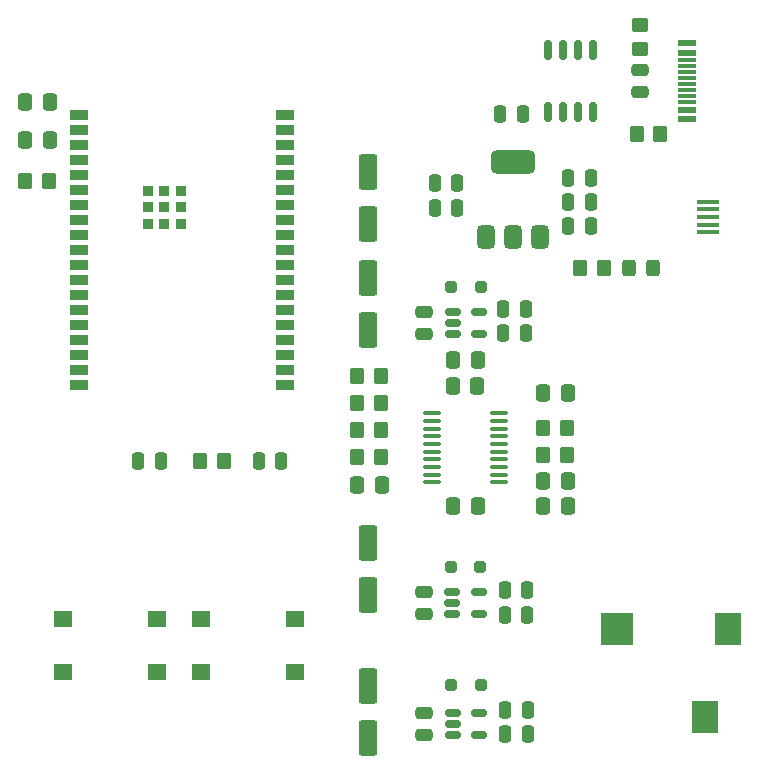
<source format=gbr>
%TF.GenerationSoftware,KiCad,Pcbnew,8.0.0*%
%TF.CreationDate,2024-10-16T16:52:34+02:00*%
%TF.ProjectId,LucaudioESP32_V1_1_0,4c756361-7564-4696-9f45-535033325f56,rev?*%
%TF.SameCoordinates,Original*%
%TF.FileFunction,Paste,Top*%
%TF.FilePolarity,Positive*%
%FSLAX46Y46*%
G04 Gerber Fmt 4.6, Leading zero omitted, Abs format (unit mm)*
G04 Created by KiCad (PCBNEW 8.0.0) date 2024-10-16 16:52:34*
%MOMM*%
%LPD*%
G01*
G04 APERTURE LIST*
G04 Aperture macros list*
%AMRoundRect*
0 Rectangle with rounded corners*
0 $1 Rounding radius*
0 $2 $3 $4 $5 $6 $7 $8 $9 X,Y pos of 4 corners*
0 Add a 4 corners polygon primitive as box body*
4,1,4,$2,$3,$4,$5,$6,$7,$8,$9,$2,$3,0*
0 Add four circle primitives for the rounded corners*
1,1,$1+$1,$2,$3*
1,1,$1+$1,$4,$5*
1,1,$1+$1,$6,$7*
1,1,$1+$1,$8,$9*
0 Add four rect primitives between the rounded corners*
20,1,$1+$1,$2,$3,$4,$5,0*
20,1,$1+$1,$4,$5,$6,$7,0*
20,1,$1+$1,$6,$7,$8,$9,0*
20,1,$1+$1,$8,$9,$2,$3,0*%
G04 Aperture macros list end*
%ADD10RoundRect,0.250000X-0.337500X-0.475000X0.337500X-0.475000X0.337500X0.475000X-0.337500X0.475000X0*%
%ADD11R,1.862500X0.400000*%
%ADD12RoundRect,0.250000X-0.250000X-0.475000X0.250000X-0.475000X0.250000X0.475000X-0.250000X0.475000X0*%
%ADD13RoundRect,0.250000X0.337500X0.475000X-0.337500X0.475000X-0.337500X-0.475000X0.337500X-0.475000X0*%
%ADD14RoundRect,0.250000X-0.475000X0.250000X-0.475000X-0.250000X0.475000X-0.250000X0.475000X0.250000X0*%
%ADD15R,1.500000X0.900000*%
%ADD16R,0.900000X0.900000*%
%ADD17RoundRect,0.250000X-0.250000X-0.250000X0.250000X-0.250000X0.250000X0.250000X-0.250000X0.250000X0*%
%ADD18RoundRect,0.250000X0.475000X-0.250000X0.475000X0.250000X-0.475000X0.250000X-0.475000X-0.250000X0*%
%ADD19RoundRect,0.150000X-0.512500X-0.150000X0.512500X-0.150000X0.512500X0.150000X-0.512500X0.150000X0*%
%ADD20RoundRect,0.250000X-0.350000X-0.450000X0.350000X-0.450000X0.350000X0.450000X-0.350000X0.450000X0*%
%ADD21RoundRect,0.250000X-0.450000X0.350000X-0.450000X-0.350000X0.450000X-0.350000X0.450000X0.350000X0*%
%ADD22RoundRect,0.375000X0.375000X-0.625000X0.375000X0.625000X-0.375000X0.625000X-0.375000X-0.625000X0*%
%ADD23RoundRect,0.500000X1.400000X-0.500000X1.400000X0.500000X-1.400000X0.500000X-1.400000X-0.500000X0*%
%ADD24RoundRect,0.250000X-0.550000X1.250000X-0.550000X-1.250000X0.550000X-1.250000X0.550000X1.250000X0*%
%ADD25RoundRect,0.250000X0.325000X0.450000X-0.325000X0.450000X-0.325000X-0.450000X0.325000X-0.450000X0*%
%ADD26R,1.240000X0.600000*%
%ADD27R,1.495000X0.300000*%
%ADD28R,1.495000X0.600000*%
%ADD29RoundRect,0.150000X-0.150000X0.675000X-0.150000X-0.675000X0.150000X-0.675000X0.150000X0.675000X0*%
%ADD30R,1.600000X1.400000*%
%ADD31RoundRect,0.250000X0.350000X0.450000X-0.350000X0.450000X-0.350000X-0.450000X0.350000X-0.450000X0*%
%ADD32R,2.800000X2.800000*%
%ADD33R,2.200000X2.800000*%
%ADD34RoundRect,0.250000X0.250000X0.475000X-0.250000X0.475000X-0.250000X-0.475000X0.250000X-0.475000X0*%
%ADD35RoundRect,0.100000X0.637500X0.100000X-0.637500X0.100000X-0.637500X-0.100000X0.637500X-0.100000X0*%
G04 APERTURE END LIST*
D10*
%TO.C,C29*%
X148079500Y-109838000D03*
X150154500Y-109838000D03*
%TD*%
D11*
%TO.C,J8*%
X162031250Y-88796800D03*
X162031250Y-88146800D03*
X162031250Y-87496800D03*
X162031250Y-86846800D03*
X162031250Y-86196800D03*
%TD*%
D12*
%TO.C,C15*%
X138927800Y-86715600D03*
X140827800Y-86715600D03*
%TD*%
D13*
%TO.C,C7*%
X134406500Y-110219000D03*
X132331500Y-110219000D03*
%TD*%
D14*
%TO.C,C10*%
X137998200Y-95530500D03*
X137998200Y-97430500D03*
%TD*%
D12*
%TO.C,C28*%
X150230800Y-88265000D03*
X152130800Y-88265000D03*
%TD*%
D15*
%TO.C,U1*%
X108750400Y-78867000D03*
X108750400Y-80137000D03*
X108750400Y-81407000D03*
X108750400Y-82677000D03*
X108750400Y-83947000D03*
X108750400Y-85217000D03*
X108750400Y-86487000D03*
X108750400Y-87757000D03*
X108750400Y-89027000D03*
X108750400Y-90297000D03*
X108750400Y-91567000D03*
X108750400Y-92837000D03*
X108750400Y-94107000D03*
X108750400Y-95377000D03*
X108750400Y-96647000D03*
X108750400Y-97917000D03*
X108750400Y-99187000D03*
X108750400Y-100457000D03*
X108750400Y-101727000D03*
X126250400Y-101727000D03*
X126250400Y-100457000D03*
X126250400Y-99187000D03*
X126250400Y-97917000D03*
X126250400Y-96647000D03*
X126250400Y-95377000D03*
X126250400Y-94107000D03*
X126250400Y-92837000D03*
X126250400Y-91567000D03*
X126250400Y-90297000D03*
X126250400Y-89027000D03*
X126250400Y-87757000D03*
X126250400Y-86487000D03*
X126250400Y-85217000D03*
X126250400Y-83947000D03*
X126250400Y-82677000D03*
X126250400Y-81407000D03*
X126250400Y-80137000D03*
X126250400Y-78867000D03*
D16*
X114595400Y-85262000D03*
X114600400Y-86662000D03*
X114600400Y-88062000D03*
X116000400Y-85262000D03*
X116000400Y-86662000D03*
X116000400Y-88062000D03*
X117400400Y-85262000D03*
X117400400Y-86662000D03*
X117400400Y-88062000D03*
%TD*%
D17*
%TO.C,D1*%
X140304200Y-93432500D03*
X142804200Y-93432500D03*
%TD*%
D18*
%TO.C,C31*%
X156299200Y-76948800D03*
X156299200Y-75048800D03*
%TD*%
D19*
%TO.C,U5*%
X140416700Y-129462000D03*
X140416700Y-130412000D03*
X140416700Y-131362000D03*
X142691700Y-131362000D03*
X142691700Y-129462000D03*
%TD*%
D20*
%TO.C,R16*%
X119034000Y-108187000D03*
X121034000Y-108187000D03*
%TD*%
D21*
%TO.C,R9*%
X156269500Y-71279700D03*
X156269500Y-73279700D03*
%TD*%
D13*
%TO.C,C2*%
X106295100Y-77724000D03*
X104220100Y-77724000D03*
%TD*%
D22*
%TO.C,U6*%
X143216600Y-89179800D03*
X145516600Y-89179800D03*
D23*
X145516600Y-82879800D03*
D22*
X147816600Y-89179800D03*
%TD*%
D12*
%TO.C,C23*%
X144865000Y-129269000D03*
X146765000Y-129269000D03*
%TD*%
D13*
%TO.C,C26*%
X150160900Y-102412800D03*
X148085900Y-102412800D03*
%TD*%
D24*
%TO.C,C6*%
X133273800Y-92643600D03*
X133273800Y-97043600D03*
%TD*%
D12*
%TO.C,C19*%
X144719000Y-95275400D03*
X146619000Y-95275400D03*
%TD*%
%TO.C,C4*%
X124000000Y-108146800D03*
X125900000Y-108146800D03*
%TD*%
D20*
%TO.C,R12*%
X104257600Y-84480400D03*
X106257600Y-84480400D03*
%TD*%
%TO.C,R8*%
X148117000Y-105393000D03*
X150117000Y-105393000D03*
%TD*%
D13*
%TO.C,C17*%
X142515500Y-101777800D03*
X140440500Y-101777800D03*
%TD*%
%TO.C,C25*%
X150154500Y-111997000D03*
X148079500Y-111997000D03*
%TD*%
D25*
%TO.C,D4*%
X157375000Y-91846800D03*
X155325000Y-91846800D03*
%TD*%
D24*
%TO.C,C9*%
X133248400Y-83728200D03*
X133248400Y-88128200D03*
%TD*%
D12*
%TO.C,C3*%
X113800000Y-108146800D03*
X115700000Y-108146800D03*
%TD*%
%TO.C,C24*%
X144865000Y-131301000D03*
X146765000Y-131301000D03*
%TD*%
%TO.C,C27*%
X150230800Y-84175600D03*
X152130800Y-84175600D03*
%TD*%
D26*
%TO.C,J3*%
X160389200Y-79196800D03*
X160389200Y-78396800D03*
D27*
X160261700Y-77746800D03*
X160261700Y-76746800D03*
X160261700Y-75246800D03*
X160261700Y-74246800D03*
D26*
X160389200Y-73596800D03*
X160389200Y-72796800D03*
D28*
X160261700Y-72796800D03*
X160261700Y-73596800D03*
D27*
X160261700Y-74746800D03*
X160261700Y-75746800D03*
X160261700Y-76246800D03*
X160261700Y-77246800D03*
D28*
X160261700Y-78396800D03*
X160261700Y-79196800D03*
%TD*%
D20*
%TO.C,R2*%
X132369000Y-107806000D03*
X134369000Y-107806000D03*
%TD*%
D17*
%TO.C,D3*%
X140297800Y-127110000D03*
X142797800Y-127110000D03*
%TD*%
D29*
%TO.C,U8*%
X152273000Y-73371800D03*
X151003000Y-73371800D03*
X149733000Y-73371800D03*
X148463000Y-73371800D03*
X148463000Y-78621800D03*
X149733000Y-78621800D03*
X151003000Y-78621800D03*
X152273000Y-78621800D03*
%TD*%
D30*
%TO.C,SW1*%
X115398000Y-126058000D03*
X107398000Y-126058000D03*
X115398000Y-121558000D03*
X107398000Y-121558000D03*
%TD*%
D14*
%TO.C,C11*%
X137966400Y-119225800D03*
X137966400Y-121125800D03*
%TD*%
D24*
%TO.C,C5*%
X133242000Y-127196000D03*
X133242000Y-131596000D03*
%TD*%
D13*
%TO.C,C18*%
X142540900Y-111997000D03*
X140465900Y-111997000D03*
%TD*%
D12*
%TO.C,C21*%
X144839600Y-119109000D03*
X146739600Y-119109000D03*
%TD*%
D20*
%TO.C,R1*%
X132369000Y-103234000D03*
X134369000Y-103234000D03*
%TD*%
D24*
%TO.C,C8*%
X133242000Y-115080200D03*
X133242000Y-119480200D03*
%TD*%
D20*
%TO.C,R7*%
X148117000Y-107679000D03*
X150117000Y-107679000D03*
%TD*%
%TO.C,R4*%
X132369000Y-105520000D03*
X134369000Y-105520000D03*
%TD*%
D12*
%TO.C,C14*%
X138927800Y-84607400D03*
X140827800Y-84607400D03*
%TD*%
D19*
%TO.C,U3*%
X140416700Y-95530500D03*
X140416700Y-96480500D03*
X140416700Y-97430500D03*
X142691700Y-97430500D03*
X142691700Y-95530500D03*
%TD*%
D12*
%TO.C,C30*%
X150230800Y-86207600D03*
X152130800Y-86207600D03*
%TD*%
D13*
%TO.C,C1*%
X106295100Y-80975200D03*
X104220100Y-80975200D03*
%TD*%
D31*
%TO.C,R11*%
X158000000Y-80500000D03*
X156000000Y-80500000D03*
%TD*%
D30*
%TO.C,SW2*%
X127082000Y-126058000D03*
X119082000Y-126058000D03*
X127082000Y-121558000D03*
X119082000Y-121558000D03*
%TD*%
D14*
%TO.C,C12*%
X138017200Y-129462000D03*
X138017200Y-131362000D03*
%TD*%
D20*
%TO.C,R3*%
X132369000Y-100948000D03*
X134369000Y-100948000D03*
%TD*%
D13*
%TO.C,C16*%
X142540900Y-99593400D03*
X140465900Y-99593400D03*
%TD*%
D12*
%TO.C,C20*%
X144719000Y-97300000D03*
X146619000Y-97300000D03*
%TD*%
%TO.C,C22*%
X144839600Y-121217200D03*
X146739600Y-121217200D03*
%TD*%
D32*
%TO.C,J9*%
X154366000Y-122394000D03*
D33*
X163766000Y-122394000D03*
X161766000Y-129794000D03*
%TD*%
D34*
%TO.C,C13*%
X146365000Y-78816200D03*
X144465000Y-78816200D03*
%TD*%
D17*
%TO.C,D2*%
X140247000Y-117127800D03*
X142747000Y-117127800D03*
%TD*%
D35*
%TO.C,U4*%
X144381600Y-109969000D03*
X144381600Y-109319000D03*
X144381600Y-108669000D03*
X144381600Y-108019000D03*
X144381600Y-107369000D03*
X144381600Y-106719000D03*
X144381600Y-106069000D03*
X144381600Y-105419000D03*
X144381600Y-104769000D03*
X144381600Y-104119000D03*
X138656600Y-104119000D03*
X138656600Y-104769000D03*
X138656600Y-105419000D03*
X138656600Y-106069000D03*
X138656600Y-106719000D03*
X138656600Y-107369000D03*
X138656600Y-108019000D03*
X138656600Y-108669000D03*
X138656600Y-109319000D03*
X138656600Y-109969000D03*
%TD*%
D31*
%TO.C,R15*%
X153250000Y-91846800D03*
X151250000Y-91846800D03*
%TD*%
D19*
%TO.C,U2*%
X140359500Y-119225800D03*
X140359500Y-120175800D03*
X140359500Y-121125800D03*
X142634500Y-121125800D03*
X142634500Y-119225800D03*
%TD*%
M02*

</source>
